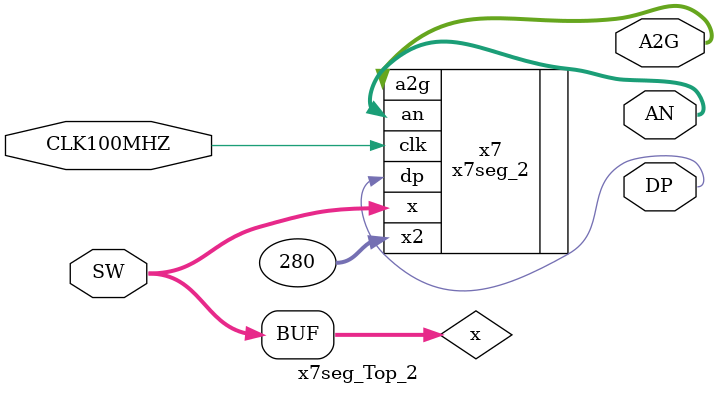
<source format=sv>
module x7seg_Top_2(
    input  logic       CLK100MHZ,
    input  logic [15:0] SW,
    output logic [6:0] A2G,
    output logic [7:0] AN,
    output logic       DP
);

    logic [15:0] x;
    assign x = SW;

    x7seg_2 x7(
        .x(x),
        .x2('h0118),
        .clk(CLK100MHZ),
        .a2g(A2G),
        .an(AN),
        .dp(DP)
    );

endmodule
</source>
